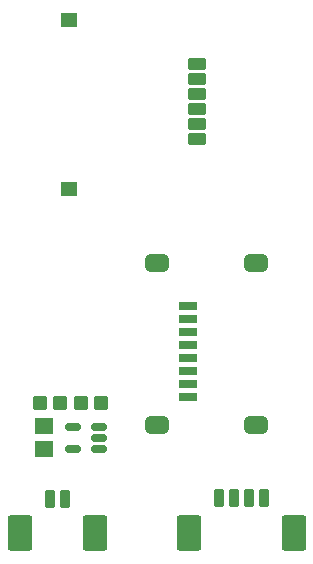
<source format=gbr>
%TF.GenerationSoftware,KiCad,Pcbnew,7.0.8*%
%TF.CreationDate,2023-10-19T11:53:08-06:00*%
%TF.ProjectId,air_station_1v5,6169725f-7374-4617-9469-6f6e5f317635,rev?*%
%TF.SameCoordinates,Original*%
%TF.FileFunction,Soldermask,Bot*%
%TF.FilePolarity,Negative*%
%FSLAX46Y46*%
G04 Gerber Fmt 4.6, Leading zero omitted, Abs format (unit mm)*
G04 Created by KiCad (PCBNEW 7.0.8) date 2023-10-19 11:53:08*
%MOMM*%
%LPD*%
G01*
G04 APERTURE LIST*
G04 Aperture macros list*
%AMRoundRect*
0 Rectangle with rounded corners*
0 $1 Rounding radius*
0 $2 $3 $4 $5 $6 $7 $8 $9 X,Y pos of 4 corners*
0 Add a 4 corners polygon primitive as box body*
4,1,4,$2,$3,$4,$5,$6,$7,$8,$9,$2,$3,0*
0 Add four circle primitives for the rounded corners*
1,1,$1+$1,$2,$3*
1,1,$1+$1,$4,$5*
1,1,$1+$1,$6,$7*
1,1,$1+$1,$8,$9*
0 Add four rect primitives between the rounded corners*
20,1,$1+$1,$2,$3,$4,$5,0*
20,1,$1+$1,$4,$5,$6,$7,0*
20,1,$1+$1,$6,$7,$8,$9,0*
20,1,$1+$1,$8,$9,$2,$3,0*%
G04 Aperture macros list end*
%ADD10RoundRect,0.102000X-0.600000X0.500000X-0.600000X-0.500000X0.600000X-0.500000X0.600000X0.500000X0*%
%ADD11RoundRect,0.102000X-0.625000X0.375000X-0.625000X-0.375000X0.625000X-0.375000X0.625000X0.375000X0*%
%ADD12RoundRect,0.200000X0.200000X0.600000X-0.200000X0.600000X-0.200000X-0.600000X0.200000X-0.600000X0*%
%ADD13RoundRect,0.250001X0.799999X1.249999X-0.799999X1.249999X-0.799999X-1.249999X0.799999X-1.249999X0*%
%ADD14RoundRect,0.050800X-0.750000X0.620000X-0.750000X-0.620000X0.750000X-0.620000X0.750000X0.620000X0*%
%ADD15R,1.500000X0.800000*%
%ADD16RoundRect,0.362500X-0.637500X0.362500X-0.637500X-0.362500X0.637500X-0.362500X0.637500X0.362500X0*%
%ADD17RoundRect,0.150000X0.512500X0.150000X-0.512500X0.150000X-0.512500X-0.150000X0.512500X-0.150000X0*%
%ADD18RoundRect,0.050800X0.537500X0.500000X-0.537500X0.500000X-0.537500X-0.500000X0.537500X-0.500000X0*%
%ADD19RoundRect,0.050800X-0.537500X-0.500000X0.537500X-0.500000X0.537500X0.500000X-0.537500X0.500000X0*%
G04 APERTURE END LIST*
D10*
%TO.C,J1*%
X82012000Y-54573000D03*
X82012000Y-68873000D03*
D11*
X92837000Y-59563000D03*
X92837000Y-62103000D03*
X92837000Y-64643000D03*
X92837000Y-58293000D03*
X92837000Y-60833000D03*
X92837000Y-63373000D03*
%TD*%
D12*
%TO.C,J5*%
X98452191Y-95091398D03*
X97202191Y-95091398D03*
X95952191Y-95091398D03*
X94702191Y-95091398D03*
D13*
X101002191Y-97991398D03*
X92152191Y-97991398D03*
%TD*%
D12*
%TO.C,J4*%
X81625000Y-95100000D03*
X80375000Y-95100000D03*
D13*
X84175000Y-98000000D03*
X77825000Y-98000000D03*
%TD*%
D14*
%TO.C,C4*%
X79850000Y-88979227D03*
X79850000Y-90879227D03*
%TD*%
D15*
%TO.C,J2*%
X92075000Y-78828000D03*
X92075000Y-79928000D03*
X92075000Y-81028000D03*
X92075000Y-82128000D03*
X92075000Y-83228000D03*
X92075000Y-84328000D03*
X92075000Y-85428000D03*
X92075000Y-86528000D03*
D16*
X97775000Y-75158000D03*
X89475000Y-75158000D03*
X97775000Y-88908000D03*
X89475000Y-88908000D03*
%TD*%
D17*
%TO.C,U3*%
X84557688Y-89028133D03*
X84557688Y-89978133D03*
X84557688Y-90928133D03*
X82282688Y-90928133D03*
X82282688Y-89028133D03*
%TD*%
D18*
%TO.C,R8*%
X81254275Y-86978523D03*
X79554275Y-86978523D03*
%TD*%
D19*
%TO.C,R7*%
X83000000Y-87000000D03*
X84700000Y-87000000D03*
%TD*%
M02*

</source>
